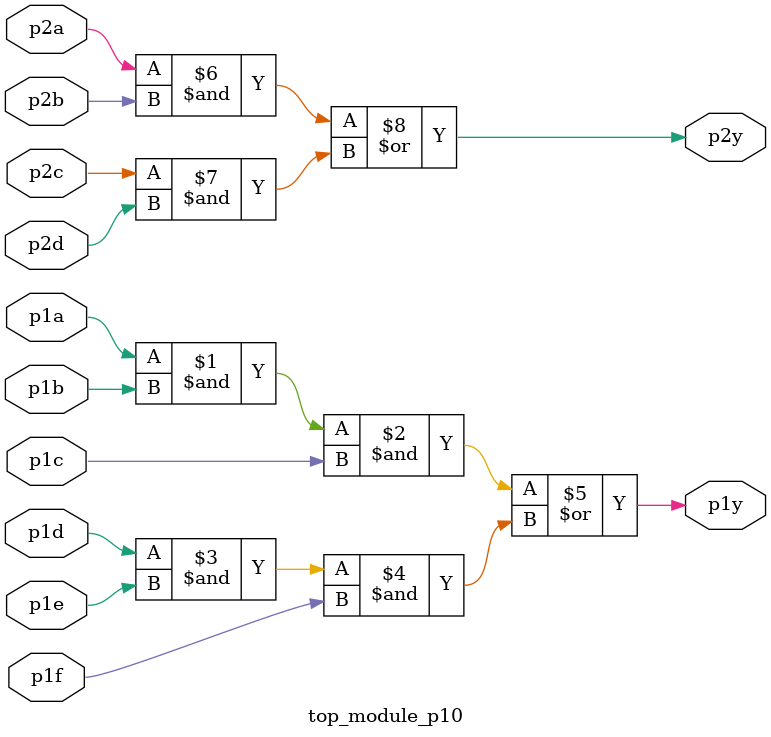
<source format=v>
module top_module_p10 ( 
    input p1a, p1b, p1c, p1d, p1e, p1f,
    output p1y,
    input p2a, p2b, p2c, p2d,
    output p2y 
);

assign p1y = p1a & p1b & p1c | p1d & p1e & p1f;
assign p2y = p2a & p2b | p2c & p2d;

endmodule

</source>
